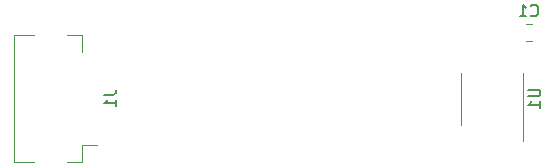
<source format=gbr>
%TF.GenerationSoftware,KiCad,Pcbnew,7.0.7*%
%TF.CreationDate,2024-06-16T23:06:21-04:00*%
%TF.ProjectId,midi-controller_oled-board_teensy_v2,6d696469-2d63-46f6-9e74-726f6c6c6572,rev?*%
%TF.SameCoordinates,Original*%
%TF.FileFunction,Legend,Bot*%
%TF.FilePolarity,Positive*%
%FSLAX46Y46*%
G04 Gerber Fmt 4.6, Leading zero omitted, Abs format (unit mm)*
G04 Created by KiCad (PCBNEW 7.0.7) date 2024-06-16 23:06:21*
%MOMM*%
%LPD*%
G01*
G04 APERTURE LIST*
%ADD10C,0.150000*%
%ADD11C,0.120000*%
G04 APERTURE END LIST*
D10*
X98054819Y-65738095D02*
X98864342Y-65738095D01*
X98864342Y-65738095D02*
X98959580Y-65785714D01*
X98959580Y-65785714D02*
X99007200Y-65833333D01*
X99007200Y-65833333D02*
X99054819Y-65928571D01*
X99054819Y-65928571D02*
X99054819Y-66119047D01*
X99054819Y-66119047D02*
X99007200Y-66214285D01*
X99007200Y-66214285D02*
X98959580Y-66261904D01*
X98959580Y-66261904D02*
X98864342Y-66309523D01*
X98864342Y-66309523D02*
X98054819Y-66309523D01*
X99054819Y-67309523D02*
X99054819Y-66738095D01*
X99054819Y-67023809D02*
X98054819Y-67023809D01*
X98054819Y-67023809D02*
X98197676Y-66928571D01*
X98197676Y-66928571D02*
X98292914Y-66833333D01*
X98292914Y-66833333D02*
X98340533Y-66738095D01*
X62154819Y-66166666D02*
X62869104Y-66166666D01*
X62869104Y-66166666D02*
X63011961Y-66119047D01*
X63011961Y-66119047D02*
X63107200Y-66023809D01*
X63107200Y-66023809D02*
X63154819Y-65880952D01*
X63154819Y-65880952D02*
X63154819Y-65785714D01*
X63154819Y-67166666D02*
X63154819Y-66595238D01*
X63154819Y-66880952D02*
X62154819Y-66880952D01*
X62154819Y-66880952D02*
X62297676Y-66785714D01*
X62297676Y-66785714D02*
X62392914Y-66690476D01*
X62392914Y-66690476D02*
X62440533Y-66595238D01*
X98266666Y-59459580D02*
X98314285Y-59507200D01*
X98314285Y-59507200D02*
X98457142Y-59554819D01*
X98457142Y-59554819D02*
X98552380Y-59554819D01*
X98552380Y-59554819D02*
X98695237Y-59507200D01*
X98695237Y-59507200D02*
X98790475Y-59411961D01*
X98790475Y-59411961D02*
X98838094Y-59316723D01*
X98838094Y-59316723D02*
X98885713Y-59126247D01*
X98885713Y-59126247D02*
X98885713Y-58983390D01*
X98885713Y-58983390D02*
X98838094Y-58792914D01*
X98838094Y-58792914D02*
X98790475Y-58697676D01*
X98790475Y-58697676D02*
X98695237Y-58602438D01*
X98695237Y-58602438D02*
X98552380Y-58554819D01*
X98552380Y-58554819D02*
X98457142Y-58554819D01*
X98457142Y-58554819D02*
X98314285Y-58602438D01*
X98314285Y-58602438D02*
X98266666Y-58650057D01*
X97314285Y-59554819D02*
X97885713Y-59554819D01*
X97599999Y-59554819D02*
X97599999Y-58554819D01*
X97599999Y-58554819D02*
X97695237Y-58697676D01*
X97695237Y-58697676D02*
X97790475Y-58792914D01*
X97790475Y-58792914D02*
X97885713Y-58840533D01*
D11*
%TO.C,U1*%
X92390000Y-66500000D02*
X92390000Y-68700000D01*
X92390000Y-66500000D02*
X92390000Y-64300000D01*
X97610000Y-66500000D02*
X97610000Y-70100000D01*
X97610000Y-66500000D02*
X97610000Y-64300000D01*
%TO.C,J1*%
X54500000Y-71900000D02*
X54500000Y-61100000D01*
X56240000Y-71900000D02*
X54500000Y-71900000D01*
X60300000Y-71900000D02*
X58960000Y-71900000D01*
X60300000Y-70410000D02*
X60300000Y-71900000D01*
X60300000Y-70410000D02*
X61500000Y-70410000D01*
X60300000Y-62590000D02*
X60300000Y-61100000D01*
X54500000Y-61100000D02*
X56240000Y-61100000D01*
X60300000Y-61100000D02*
X58960000Y-61100000D01*
%TO.C,C1*%
X97838748Y-60165000D02*
X98361252Y-60165000D01*
X97838748Y-61635000D02*
X98361252Y-61635000D01*
%TD*%
M02*

</source>
